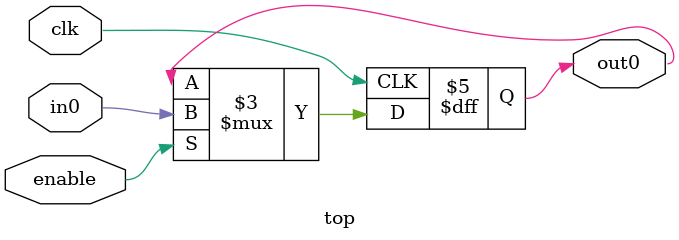
<source format=v>
`timescale 1ns / 1ps

module top(
    input clk,
    input enable,
    input in0,
    output reg out0
    );

  always@(posedge clk)
  if (enable)
    out0 = in0;

endmodule

</source>
